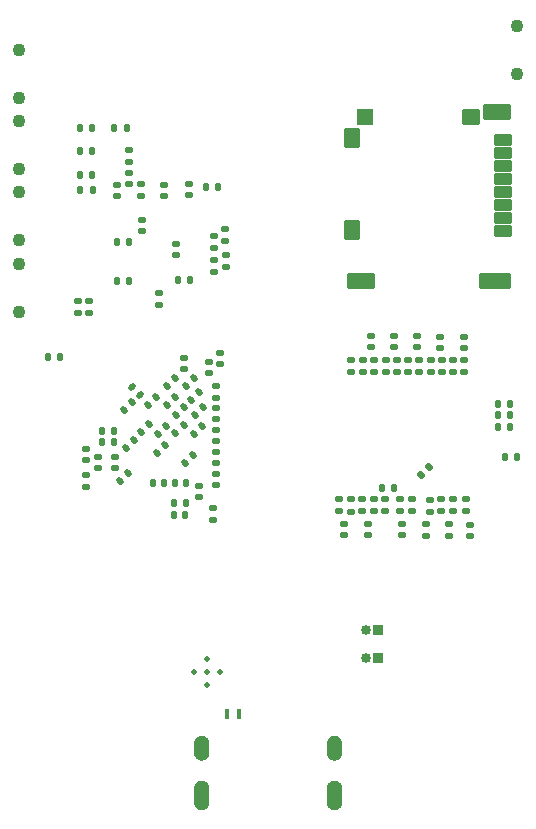
<source format=gbr>
%TF.GenerationSoftware,KiCad,Pcbnew,9.0.1*%
%TF.CreationDate,2025-07-01T18:44:37-06:00*%
%TF.ProjectId,MPU_MOD,4d50555f-4d4f-4442-9e6b-696361645f70,rev?*%
%TF.SameCoordinates,Original*%
%TF.FileFunction,Soldermask,Bot*%
%TF.FilePolarity,Negative*%
%FSLAX46Y46*%
G04 Gerber Fmt 4.6, Leading zero omitted, Abs format (unit mm)*
G04 Created by KiCad (PCBNEW 9.0.1) date 2025-07-01 18:44:37*
%MOMM*%
%LPD*%
G01*
G04 APERTURE LIST*
G04 Aperture macros list*
%AMRoundRect*
0 Rectangle with rounded corners*
0 $1 Rounding radius*
0 $2 $3 $4 $5 $6 $7 $8 $9 X,Y pos of 4 corners*
0 Add a 4 corners polygon primitive as box body*
4,1,4,$2,$3,$4,$5,$6,$7,$8,$9,$2,$3,0*
0 Add four circle primitives for the rounded corners*
1,1,$1+$1,$2,$3*
1,1,$1+$1,$4,$5*
1,1,$1+$1,$6,$7*
1,1,$1+$1,$8,$9*
0 Add four rect primitives between the rounded corners*
20,1,$1+$1,$2,$3,$4,$5,0*
20,1,$1+$1,$4,$5,$6,$7,0*
20,1,$1+$1,$6,$7,$8,$9,0*
20,1,$1+$1,$8,$9,$2,$3,0*%
G04 Aperture macros list end*
%ADD10C,0.010000*%
%ADD11C,1.104000*%
%ADD12R,0.850000X0.850000*%
%ADD13C,0.850000*%
%ADD14C,0.499999*%
%ADD15RoundRect,0.135000X-0.185000X0.135000X-0.185000X-0.135000X0.185000X-0.135000X0.185000X0.135000X0*%
%ADD16RoundRect,0.135000X0.185000X-0.135000X0.185000X0.135000X-0.185000X0.135000X-0.185000X-0.135000X0*%
%ADD17RoundRect,0.140000X0.170000X-0.140000X0.170000X0.140000X-0.170000X0.140000X-0.170000X-0.140000X0*%
%ADD18RoundRect,0.135000X-0.135000X-0.185000X0.135000X-0.185000X0.135000X0.185000X-0.135000X0.185000X0*%
%ADD19RoundRect,0.135000X0.135000X0.185000X-0.135000X0.185000X-0.135000X-0.185000X0.135000X-0.185000X0*%
%ADD20RoundRect,0.140000X-0.170000X0.140000X-0.170000X-0.140000X0.170000X-0.140000X0.170000X0.140000X0*%
%ADD21RoundRect,0.140000X-0.021213X0.219203X-0.219203X0.021213X0.021213X-0.219203X0.219203X-0.021213X0*%
%ADD22RoundRect,0.140000X0.140000X0.170000X-0.140000X0.170000X-0.140000X-0.170000X0.140000X-0.170000X0*%
%ADD23RoundRect,0.135000X0.035355X-0.226274X0.226274X-0.035355X-0.035355X0.226274X-0.226274X0.035355X0*%
%ADD24RoundRect,0.140000X-0.140000X-0.170000X0.140000X-0.170000X0.140000X0.170000X-0.140000X0.170000X0*%
%ADD25RoundRect,0.140000X0.021213X-0.219203X0.219203X-0.021213X-0.021213X0.219203X-0.219203X0.021213X0*%
%ADD26RoundRect,0.102000X-1.100000X0.575000X-1.100000X-0.575000X1.100000X-0.575000X1.100000X0.575000X0*%
%ADD27RoundRect,0.102000X-0.600000X0.575000X-0.600000X-0.575000X0.600000X-0.575000X0.600000X0.575000X0*%
%ADD28RoundRect,0.102000X-0.575000X0.750000X-0.575000X-0.750000X0.575000X-0.750000X0.575000X0.750000X0*%
%ADD29RoundRect,0.102000X-1.250000X0.575000X-1.250000X-0.575000X1.250000X-0.575000X1.250000X0.575000X0*%
%ADD30RoundRect,0.102000X-0.620000X0.400000X-0.620000X-0.400000X0.620000X-0.400000X0.620000X0.400000X0*%
%ADD31RoundRect,0.102000X-0.625000X0.575000X-0.625000X-0.575000X0.625000X-0.575000X0.625000X0.575000X0*%
%ADD32R,0.406400X0.838200*%
%ADD33RoundRect,0.140000X0.219203X0.021213X0.021213X0.219203X-0.219203X-0.021213X-0.021213X-0.219203X0*%
G04 APERTURE END LIST*
D10*
%TO.C,J3*%
X84661000Y-94401000D02*
X84693000Y-94403000D01*
X84724000Y-94407000D01*
X84755000Y-94413000D01*
X84785000Y-94420000D01*
X84815000Y-94429000D01*
X84845000Y-94440000D01*
X84874000Y-94452000D01*
X84902000Y-94465000D01*
X84930000Y-94480000D01*
X84957000Y-94497000D01*
X84983000Y-94515000D01*
X85008000Y-94534000D01*
X85031000Y-94554000D01*
X85054000Y-94576000D01*
X85076000Y-94599000D01*
X85096000Y-94622000D01*
X85115000Y-94647000D01*
X85133000Y-94673000D01*
X85150000Y-94700000D01*
X85165000Y-94728000D01*
X85178000Y-94756000D01*
X85190000Y-94785000D01*
X85201000Y-94815000D01*
X85210000Y-94845000D01*
X85217000Y-94875000D01*
X85223000Y-94906000D01*
X85227000Y-94937000D01*
X85229000Y-94969000D01*
X85230000Y-95000000D01*
X85230000Y-95800000D01*
X85229000Y-95831000D01*
X85227000Y-95863000D01*
X85223000Y-95894000D01*
X85217000Y-95925000D01*
X85210000Y-95955000D01*
X85201000Y-95985000D01*
X85190000Y-96015000D01*
X85178000Y-96044000D01*
X85165000Y-96072000D01*
X85150000Y-96100000D01*
X85133000Y-96127000D01*
X85115000Y-96153000D01*
X85096000Y-96178000D01*
X85076000Y-96201000D01*
X85054000Y-96224000D01*
X85031000Y-96246000D01*
X85008000Y-96266000D01*
X84983000Y-96285000D01*
X84957000Y-96303000D01*
X84930000Y-96320000D01*
X84902000Y-96335000D01*
X84874000Y-96348000D01*
X84845000Y-96360000D01*
X84815000Y-96371000D01*
X84785000Y-96380000D01*
X84755000Y-96387000D01*
X84724000Y-96393000D01*
X84693000Y-96397000D01*
X84661000Y-96399000D01*
X84630000Y-96400000D01*
X84599000Y-96399000D01*
X84567000Y-96397000D01*
X84536000Y-96393000D01*
X84505000Y-96387000D01*
X84475000Y-96380000D01*
X84445000Y-96371000D01*
X84415000Y-96360000D01*
X84386000Y-96348000D01*
X84358000Y-96335000D01*
X84330000Y-96320000D01*
X84303000Y-96303000D01*
X84277000Y-96285000D01*
X84252000Y-96266000D01*
X84229000Y-96246000D01*
X84206000Y-96224000D01*
X84184000Y-96201000D01*
X84164000Y-96178000D01*
X84145000Y-96153000D01*
X84127000Y-96127000D01*
X84110000Y-96100000D01*
X84095000Y-96072000D01*
X84082000Y-96044000D01*
X84070000Y-96015000D01*
X84059000Y-95985000D01*
X84050000Y-95955000D01*
X84043000Y-95925000D01*
X84037000Y-95894000D01*
X84033000Y-95863000D01*
X84031000Y-95831000D01*
X84030000Y-95800000D01*
X84030000Y-95000000D01*
X84031000Y-94969000D01*
X84033000Y-94937000D01*
X84037000Y-94906000D01*
X84043000Y-94875000D01*
X84050000Y-94845000D01*
X84059000Y-94815000D01*
X84070000Y-94785000D01*
X84082000Y-94756000D01*
X84095000Y-94728000D01*
X84110000Y-94700000D01*
X84127000Y-94673000D01*
X84145000Y-94647000D01*
X84164000Y-94622000D01*
X84184000Y-94599000D01*
X84206000Y-94576000D01*
X84229000Y-94554000D01*
X84252000Y-94534000D01*
X84277000Y-94515000D01*
X84303000Y-94497000D01*
X84330000Y-94480000D01*
X84358000Y-94465000D01*
X84386000Y-94452000D01*
X84415000Y-94440000D01*
X84445000Y-94429000D01*
X84475000Y-94420000D01*
X84505000Y-94413000D01*
X84536000Y-94407000D01*
X84567000Y-94403000D01*
X84599000Y-94401000D01*
X84630000Y-94400000D01*
X84661000Y-94401000D01*
G36*
X84661000Y-94401000D02*
G01*
X84693000Y-94403000D01*
X84724000Y-94407000D01*
X84755000Y-94413000D01*
X84785000Y-94420000D01*
X84815000Y-94429000D01*
X84845000Y-94440000D01*
X84874000Y-94452000D01*
X84902000Y-94465000D01*
X84930000Y-94480000D01*
X84957000Y-94497000D01*
X84983000Y-94515000D01*
X85008000Y-94534000D01*
X85031000Y-94554000D01*
X85054000Y-94576000D01*
X85076000Y-94599000D01*
X85096000Y-94622000D01*
X85115000Y-94647000D01*
X85133000Y-94673000D01*
X85150000Y-94700000D01*
X85165000Y-94728000D01*
X85178000Y-94756000D01*
X85190000Y-94785000D01*
X85201000Y-94815000D01*
X85210000Y-94845000D01*
X85217000Y-94875000D01*
X85223000Y-94906000D01*
X85227000Y-94937000D01*
X85229000Y-94969000D01*
X85230000Y-95000000D01*
X85230000Y-95800000D01*
X85229000Y-95831000D01*
X85227000Y-95863000D01*
X85223000Y-95894000D01*
X85217000Y-95925000D01*
X85210000Y-95955000D01*
X85201000Y-95985000D01*
X85190000Y-96015000D01*
X85178000Y-96044000D01*
X85165000Y-96072000D01*
X85150000Y-96100000D01*
X85133000Y-96127000D01*
X85115000Y-96153000D01*
X85096000Y-96178000D01*
X85076000Y-96201000D01*
X85054000Y-96224000D01*
X85031000Y-96246000D01*
X85008000Y-96266000D01*
X84983000Y-96285000D01*
X84957000Y-96303000D01*
X84930000Y-96320000D01*
X84902000Y-96335000D01*
X84874000Y-96348000D01*
X84845000Y-96360000D01*
X84815000Y-96371000D01*
X84785000Y-96380000D01*
X84755000Y-96387000D01*
X84724000Y-96393000D01*
X84693000Y-96397000D01*
X84661000Y-96399000D01*
X84630000Y-96400000D01*
X84599000Y-96399000D01*
X84567000Y-96397000D01*
X84536000Y-96393000D01*
X84505000Y-96387000D01*
X84475000Y-96380000D01*
X84445000Y-96371000D01*
X84415000Y-96360000D01*
X84386000Y-96348000D01*
X84358000Y-96335000D01*
X84330000Y-96320000D01*
X84303000Y-96303000D01*
X84277000Y-96285000D01*
X84252000Y-96266000D01*
X84229000Y-96246000D01*
X84206000Y-96224000D01*
X84184000Y-96201000D01*
X84164000Y-96178000D01*
X84145000Y-96153000D01*
X84127000Y-96127000D01*
X84110000Y-96100000D01*
X84095000Y-96072000D01*
X84082000Y-96044000D01*
X84070000Y-96015000D01*
X84059000Y-95985000D01*
X84050000Y-95955000D01*
X84043000Y-95925000D01*
X84037000Y-95894000D01*
X84033000Y-95863000D01*
X84031000Y-95831000D01*
X84030000Y-95800000D01*
X84030000Y-95000000D01*
X84031000Y-94969000D01*
X84033000Y-94937000D01*
X84037000Y-94906000D01*
X84043000Y-94875000D01*
X84050000Y-94845000D01*
X84059000Y-94815000D01*
X84070000Y-94785000D01*
X84082000Y-94756000D01*
X84095000Y-94728000D01*
X84110000Y-94700000D01*
X84127000Y-94673000D01*
X84145000Y-94647000D01*
X84164000Y-94622000D01*
X84184000Y-94599000D01*
X84206000Y-94576000D01*
X84229000Y-94554000D01*
X84252000Y-94534000D01*
X84277000Y-94515000D01*
X84303000Y-94497000D01*
X84330000Y-94480000D01*
X84358000Y-94465000D01*
X84386000Y-94452000D01*
X84415000Y-94440000D01*
X84445000Y-94429000D01*
X84475000Y-94420000D01*
X84505000Y-94413000D01*
X84536000Y-94407000D01*
X84567000Y-94403000D01*
X84599000Y-94401000D01*
X84630000Y-94400000D01*
X84661000Y-94401000D01*
G37*
X84661000Y-98201000D02*
X84693000Y-98203000D01*
X84724000Y-98207000D01*
X84755000Y-98213000D01*
X84785000Y-98220000D01*
X84815000Y-98229000D01*
X84845000Y-98240000D01*
X84874000Y-98252000D01*
X84902000Y-98265000D01*
X84930000Y-98280000D01*
X84957000Y-98297000D01*
X84983000Y-98315000D01*
X85008000Y-98334000D01*
X85031000Y-98354000D01*
X85054000Y-98376000D01*
X85076000Y-98399000D01*
X85096000Y-98422000D01*
X85115000Y-98447000D01*
X85133000Y-98473000D01*
X85150000Y-98500000D01*
X85165000Y-98528000D01*
X85178000Y-98556000D01*
X85190000Y-98585000D01*
X85201000Y-98615000D01*
X85210000Y-98645000D01*
X85217000Y-98675000D01*
X85223000Y-98706000D01*
X85227000Y-98737000D01*
X85229000Y-98769000D01*
X85230000Y-98800000D01*
X85230000Y-100000000D01*
X85229000Y-100031000D01*
X85227000Y-100063000D01*
X85223000Y-100094000D01*
X85217000Y-100125000D01*
X85210000Y-100155000D01*
X85201000Y-100185000D01*
X85190000Y-100215000D01*
X85178000Y-100244000D01*
X85165000Y-100272000D01*
X85150000Y-100300000D01*
X85133000Y-100327000D01*
X85115000Y-100353000D01*
X85096000Y-100378000D01*
X85076000Y-100401000D01*
X85054000Y-100424000D01*
X85031000Y-100446000D01*
X85008000Y-100466000D01*
X84983000Y-100485000D01*
X84957000Y-100503000D01*
X84930000Y-100520000D01*
X84902000Y-100535000D01*
X84874000Y-100548000D01*
X84845000Y-100560000D01*
X84815000Y-100571000D01*
X84785000Y-100580000D01*
X84755000Y-100587000D01*
X84724000Y-100593000D01*
X84693000Y-100597000D01*
X84661000Y-100599000D01*
X84630000Y-100600000D01*
X84599000Y-100599000D01*
X84567000Y-100597000D01*
X84536000Y-100593000D01*
X84505000Y-100587000D01*
X84475000Y-100580000D01*
X84445000Y-100571000D01*
X84415000Y-100560000D01*
X84386000Y-100548000D01*
X84358000Y-100535000D01*
X84330000Y-100520000D01*
X84303000Y-100503000D01*
X84277000Y-100485000D01*
X84252000Y-100466000D01*
X84229000Y-100446000D01*
X84206000Y-100424000D01*
X84184000Y-100401000D01*
X84164000Y-100378000D01*
X84145000Y-100353000D01*
X84127000Y-100327000D01*
X84110000Y-100300000D01*
X84095000Y-100272000D01*
X84082000Y-100244000D01*
X84070000Y-100215000D01*
X84059000Y-100185000D01*
X84050000Y-100155000D01*
X84043000Y-100125000D01*
X84037000Y-100094000D01*
X84033000Y-100063000D01*
X84031000Y-100031000D01*
X84030000Y-100000000D01*
X84030000Y-98800000D01*
X84031000Y-98769000D01*
X84033000Y-98737000D01*
X84037000Y-98706000D01*
X84043000Y-98675000D01*
X84050000Y-98645000D01*
X84059000Y-98615000D01*
X84070000Y-98585000D01*
X84082000Y-98556000D01*
X84095000Y-98528000D01*
X84110000Y-98500000D01*
X84127000Y-98473000D01*
X84145000Y-98447000D01*
X84164000Y-98422000D01*
X84184000Y-98399000D01*
X84206000Y-98376000D01*
X84229000Y-98354000D01*
X84252000Y-98334000D01*
X84277000Y-98315000D01*
X84303000Y-98297000D01*
X84330000Y-98280000D01*
X84358000Y-98265000D01*
X84386000Y-98252000D01*
X84415000Y-98240000D01*
X84445000Y-98229000D01*
X84475000Y-98220000D01*
X84505000Y-98213000D01*
X84536000Y-98207000D01*
X84567000Y-98203000D01*
X84599000Y-98201000D01*
X84630000Y-98200000D01*
X84661000Y-98201000D01*
G36*
X84661000Y-98201000D02*
G01*
X84693000Y-98203000D01*
X84724000Y-98207000D01*
X84755000Y-98213000D01*
X84785000Y-98220000D01*
X84815000Y-98229000D01*
X84845000Y-98240000D01*
X84874000Y-98252000D01*
X84902000Y-98265000D01*
X84930000Y-98280000D01*
X84957000Y-98297000D01*
X84983000Y-98315000D01*
X85008000Y-98334000D01*
X85031000Y-98354000D01*
X85054000Y-98376000D01*
X85076000Y-98399000D01*
X85096000Y-98422000D01*
X85115000Y-98447000D01*
X85133000Y-98473000D01*
X85150000Y-98500000D01*
X85165000Y-98528000D01*
X85178000Y-98556000D01*
X85190000Y-98585000D01*
X85201000Y-98615000D01*
X85210000Y-98645000D01*
X85217000Y-98675000D01*
X85223000Y-98706000D01*
X85227000Y-98737000D01*
X85229000Y-98769000D01*
X85230000Y-98800000D01*
X85230000Y-100000000D01*
X85229000Y-100031000D01*
X85227000Y-100063000D01*
X85223000Y-100094000D01*
X85217000Y-100125000D01*
X85210000Y-100155000D01*
X85201000Y-100185000D01*
X85190000Y-100215000D01*
X85178000Y-100244000D01*
X85165000Y-100272000D01*
X85150000Y-100300000D01*
X85133000Y-100327000D01*
X85115000Y-100353000D01*
X85096000Y-100378000D01*
X85076000Y-100401000D01*
X85054000Y-100424000D01*
X85031000Y-100446000D01*
X85008000Y-100466000D01*
X84983000Y-100485000D01*
X84957000Y-100503000D01*
X84930000Y-100520000D01*
X84902000Y-100535000D01*
X84874000Y-100548000D01*
X84845000Y-100560000D01*
X84815000Y-100571000D01*
X84785000Y-100580000D01*
X84755000Y-100587000D01*
X84724000Y-100593000D01*
X84693000Y-100597000D01*
X84661000Y-100599000D01*
X84630000Y-100600000D01*
X84599000Y-100599000D01*
X84567000Y-100597000D01*
X84536000Y-100593000D01*
X84505000Y-100587000D01*
X84475000Y-100580000D01*
X84445000Y-100571000D01*
X84415000Y-100560000D01*
X84386000Y-100548000D01*
X84358000Y-100535000D01*
X84330000Y-100520000D01*
X84303000Y-100503000D01*
X84277000Y-100485000D01*
X84252000Y-100466000D01*
X84229000Y-100446000D01*
X84206000Y-100424000D01*
X84184000Y-100401000D01*
X84164000Y-100378000D01*
X84145000Y-100353000D01*
X84127000Y-100327000D01*
X84110000Y-100300000D01*
X84095000Y-100272000D01*
X84082000Y-100244000D01*
X84070000Y-100215000D01*
X84059000Y-100185000D01*
X84050000Y-100155000D01*
X84043000Y-100125000D01*
X84037000Y-100094000D01*
X84033000Y-100063000D01*
X84031000Y-100031000D01*
X84030000Y-100000000D01*
X84030000Y-98800000D01*
X84031000Y-98769000D01*
X84033000Y-98737000D01*
X84037000Y-98706000D01*
X84043000Y-98675000D01*
X84050000Y-98645000D01*
X84059000Y-98615000D01*
X84070000Y-98585000D01*
X84082000Y-98556000D01*
X84095000Y-98528000D01*
X84110000Y-98500000D01*
X84127000Y-98473000D01*
X84145000Y-98447000D01*
X84164000Y-98422000D01*
X84184000Y-98399000D01*
X84206000Y-98376000D01*
X84229000Y-98354000D01*
X84252000Y-98334000D01*
X84277000Y-98315000D01*
X84303000Y-98297000D01*
X84330000Y-98280000D01*
X84358000Y-98265000D01*
X84386000Y-98252000D01*
X84415000Y-98240000D01*
X84445000Y-98229000D01*
X84475000Y-98220000D01*
X84505000Y-98213000D01*
X84536000Y-98207000D01*
X84567000Y-98203000D01*
X84599000Y-98201000D01*
X84630000Y-98200000D01*
X84661000Y-98201000D01*
G37*
X95901000Y-94401000D02*
X95933000Y-94403000D01*
X95964000Y-94407000D01*
X95995000Y-94413000D01*
X96025000Y-94420000D01*
X96055000Y-94429000D01*
X96085000Y-94440000D01*
X96114000Y-94452000D01*
X96142000Y-94465000D01*
X96170000Y-94480000D01*
X96197000Y-94497000D01*
X96223000Y-94515000D01*
X96248000Y-94534000D01*
X96271000Y-94554000D01*
X96294000Y-94576000D01*
X96316000Y-94599000D01*
X96336000Y-94622000D01*
X96355000Y-94647000D01*
X96373000Y-94673000D01*
X96390000Y-94700000D01*
X96405000Y-94728000D01*
X96418000Y-94756000D01*
X96430000Y-94785000D01*
X96441000Y-94815000D01*
X96450000Y-94845000D01*
X96457000Y-94875000D01*
X96463000Y-94906000D01*
X96467000Y-94937000D01*
X96469000Y-94969000D01*
X96470000Y-95000000D01*
X96470000Y-95800000D01*
X96469000Y-95831000D01*
X96467000Y-95863000D01*
X96463000Y-95894000D01*
X96457000Y-95925000D01*
X96450000Y-95955000D01*
X96441000Y-95985000D01*
X96430000Y-96015000D01*
X96418000Y-96044000D01*
X96405000Y-96072000D01*
X96390000Y-96100000D01*
X96373000Y-96127000D01*
X96355000Y-96153000D01*
X96336000Y-96178000D01*
X96316000Y-96201000D01*
X96294000Y-96224000D01*
X96271000Y-96246000D01*
X96248000Y-96266000D01*
X96223000Y-96285000D01*
X96197000Y-96303000D01*
X96170000Y-96320000D01*
X96142000Y-96335000D01*
X96114000Y-96348000D01*
X96085000Y-96360000D01*
X96055000Y-96371000D01*
X96025000Y-96380000D01*
X95995000Y-96387000D01*
X95964000Y-96393000D01*
X95933000Y-96397000D01*
X95901000Y-96399000D01*
X95870000Y-96400000D01*
X95839000Y-96399000D01*
X95807000Y-96397000D01*
X95776000Y-96393000D01*
X95745000Y-96387000D01*
X95715000Y-96380000D01*
X95685000Y-96371000D01*
X95655000Y-96360000D01*
X95626000Y-96348000D01*
X95598000Y-96335000D01*
X95570000Y-96320000D01*
X95543000Y-96303000D01*
X95517000Y-96285000D01*
X95492000Y-96266000D01*
X95469000Y-96246000D01*
X95446000Y-96224000D01*
X95424000Y-96201000D01*
X95404000Y-96178000D01*
X95385000Y-96153000D01*
X95367000Y-96127000D01*
X95350000Y-96100000D01*
X95335000Y-96072000D01*
X95322000Y-96044000D01*
X95310000Y-96015000D01*
X95299000Y-95985000D01*
X95290000Y-95955000D01*
X95283000Y-95925000D01*
X95277000Y-95894000D01*
X95273000Y-95863000D01*
X95271000Y-95831000D01*
X95270000Y-95800000D01*
X95270000Y-95000000D01*
X95271000Y-94969000D01*
X95273000Y-94937000D01*
X95277000Y-94906000D01*
X95283000Y-94875000D01*
X95290000Y-94845000D01*
X95299000Y-94815000D01*
X95310000Y-94785000D01*
X95322000Y-94756000D01*
X95335000Y-94728000D01*
X95350000Y-94700000D01*
X95367000Y-94673000D01*
X95385000Y-94647000D01*
X95404000Y-94622000D01*
X95424000Y-94599000D01*
X95446000Y-94576000D01*
X95469000Y-94554000D01*
X95492000Y-94534000D01*
X95517000Y-94515000D01*
X95543000Y-94497000D01*
X95570000Y-94480000D01*
X95598000Y-94465000D01*
X95626000Y-94452000D01*
X95655000Y-94440000D01*
X95685000Y-94429000D01*
X95715000Y-94420000D01*
X95745000Y-94413000D01*
X95776000Y-94407000D01*
X95807000Y-94403000D01*
X95839000Y-94401000D01*
X95870000Y-94400000D01*
X95901000Y-94401000D01*
G36*
X95901000Y-94401000D02*
G01*
X95933000Y-94403000D01*
X95964000Y-94407000D01*
X95995000Y-94413000D01*
X96025000Y-94420000D01*
X96055000Y-94429000D01*
X96085000Y-94440000D01*
X96114000Y-94452000D01*
X96142000Y-94465000D01*
X96170000Y-94480000D01*
X96197000Y-94497000D01*
X96223000Y-94515000D01*
X96248000Y-94534000D01*
X96271000Y-94554000D01*
X96294000Y-94576000D01*
X96316000Y-94599000D01*
X96336000Y-94622000D01*
X96355000Y-94647000D01*
X96373000Y-94673000D01*
X96390000Y-94700000D01*
X96405000Y-94728000D01*
X96418000Y-94756000D01*
X96430000Y-94785000D01*
X96441000Y-94815000D01*
X96450000Y-94845000D01*
X96457000Y-94875000D01*
X96463000Y-94906000D01*
X96467000Y-94937000D01*
X96469000Y-94969000D01*
X96470000Y-95000000D01*
X96470000Y-95800000D01*
X96469000Y-95831000D01*
X96467000Y-95863000D01*
X96463000Y-95894000D01*
X96457000Y-95925000D01*
X96450000Y-95955000D01*
X96441000Y-95985000D01*
X96430000Y-96015000D01*
X96418000Y-96044000D01*
X96405000Y-96072000D01*
X96390000Y-96100000D01*
X96373000Y-96127000D01*
X96355000Y-96153000D01*
X96336000Y-96178000D01*
X96316000Y-96201000D01*
X96294000Y-96224000D01*
X96271000Y-96246000D01*
X96248000Y-96266000D01*
X96223000Y-96285000D01*
X96197000Y-96303000D01*
X96170000Y-96320000D01*
X96142000Y-96335000D01*
X96114000Y-96348000D01*
X96085000Y-96360000D01*
X96055000Y-96371000D01*
X96025000Y-96380000D01*
X95995000Y-96387000D01*
X95964000Y-96393000D01*
X95933000Y-96397000D01*
X95901000Y-96399000D01*
X95870000Y-96400000D01*
X95839000Y-96399000D01*
X95807000Y-96397000D01*
X95776000Y-96393000D01*
X95745000Y-96387000D01*
X95715000Y-96380000D01*
X95685000Y-96371000D01*
X95655000Y-96360000D01*
X95626000Y-96348000D01*
X95598000Y-96335000D01*
X95570000Y-96320000D01*
X95543000Y-96303000D01*
X95517000Y-96285000D01*
X95492000Y-96266000D01*
X95469000Y-96246000D01*
X95446000Y-96224000D01*
X95424000Y-96201000D01*
X95404000Y-96178000D01*
X95385000Y-96153000D01*
X95367000Y-96127000D01*
X95350000Y-96100000D01*
X95335000Y-96072000D01*
X95322000Y-96044000D01*
X95310000Y-96015000D01*
X95299000Y-95985000D01*
X95290000Y-95955000D01*
X95283000Y-95925000D01*
X95277000Y-95894000D01*
X95273000Y-95863000D01*
X95271000Y-95831000D01*
X95270000Y-95800000D01*
X95270000Y-95000000D01*
X95271000Y-94969000D01*
X95273000Y-94937000D01*
X95277000Y-94906000D01*
X95283000Y-94875000D01*
X95290000Y-94845000D01*
X95299000Y-94815000D01*
X95310000Y-94785000D01*
X95322000Y-94756000D01*
X95335000Y-94728000D01*
X95350000Y-94700000D01*
X95367000Y-94673000D01*
X95385000Y-94647000D01*
X95404000Y-94622000D01*
X95424000Y-94599000D01*
X95446000Y-94576000D01*
X95469000Y-94554000D01*
X95492000Y-94534000D01*
X95517000Y-94515000D01*
X95543000Y-94497000D01*
X95570000Y-94480000D01*
X95598000Y-94465000D01*
X95626000Y-94452000D01*
X95655000Y-94440000D01*
X95685000Y-94429000D01*
X95715000Y-94420000D01*
X95745000Y-94413000D01*
X95776000Y-94407000D01*
X95807000Y-94403000D01*
X95839000Y-94401000D01*
X95870000Y-94400000D01*
X95901000Y-94401000D01*
G37*
X95901000Y-98201000D02*
X95933000Y-98203000D01*
X95964000Y-98207000D01*
X95995000Y-98213000D01*
X96025000Y-98220000D01*
X96055000Y-98229000D01*
X96085000Y-98240000D01*
X96114000Y-98252000D01*
X96142000Y-98265000D01*
X96170000Y-98280000D01*
X96197000Y-98297000D01*
X96223000Y-98315000D01*
X96248000Y-98334000D01*
X96271000Y-98354000D01*
X96294000Y-98376000D01*
X96316000Y-98399000D01*
X96336000Y-98422000D01*
X96355000Y-98447000D01*
X96373000Y-98473000D01*
X96390000Y-98500000D01*
X96405000Y-98528000D01*
X96418000Y-98556000D01*
X96430000Y-98585000D01*
X96441000Y-98615000D01*
X96450000Y-98645000D01*
X96457000Y-98675000D01*
X96463000Y-98706000D01*
X96467000Y-98737000D01*
X96469000Y-98769000D01*
X96470000Y-98800000D01*
X96470000Y-100000000D01*
X96469000Y-100031000D01*
X96467000Y-100063000D01*
X96463000Y-100094000D01*
X96457000Y-100125000D01*
X96450000Y-100155000D01*
X96441000Y-100185000D01*
X96430000Y-100215000D01*
X96418000Y-100244000D01*
X96405000Y-100272000D01*
X96390000Y-100300000D01*
X96373000Y-100327000D01*
X96355000Y-100353000D01*
X96336000Y-100378000D01*
X96316000Y-100401000D01*
X96294000Y-100424000D01*
X96271000Y-100446000D01*
X96248000Y-100466000D01*
X96223000Y-100485000D01*
X96197000Y-100503000D01*
X96170000Y-100520000D01*
X96142000Y-100535000D01*
X96114000Y-100548000D01*
X96085000Y-100560000D01*
X96055000Y-100571000D01*
X96025000Y-100580000D01*
X95995000Y-100587000D01*
X95964000Y-100593000D01*
X95933000Y-100597000D01*
X95901000Y-100599000D01*
X95870000Y-100600000D01*
X95839000Y-100599000D01*
X95807000Y-100597000D01*
X95776000Y-100593000D01*
X95745000Y-100587000D01*
X95715000Y-100580000D01*
X95685000Y-100571000D01*
X95655000Y-100560000D01*
X95626000Y-100548000D01*
X95598000Y-100535000D01*
X95570000Y-100520000D01*
X95543000Y-100503000D01*
X95517000Y-100485000D01*
X95492000Y-100466000D01*
X95469000Y-100446000D01*
X95446000Y-100424000D01*
X95424000Y-100401000D01*
X95404000Y-100378000D01*
X95385000Y-100353000D01*
X95367000Y-100327000D01*
X95350000Y-100300000D01*
X95335000Y-100272000D01*
X95322000Y-100244000D01*
X95310000Y-100215000D01*
X95299000Y-100185000D01*
X95290000Y-100155000D01*
X95283000Y-100125000D01*
X95277000Y-100094000D01*
X95273000Y-100063000D01*
X95271000Y-100031000D01*
X95270000Y-100000000D01*
X95270000Y-98800000D01*
X95271000Y-98769000D01*
X95273000Y-98737000D01*
X95277000Y-98706000D01*
X95283000Y-98675000D01*
X95290000Y-98645000D01*
X95299000Y-98615000D01*
X95310000Y-98585000D01*
X95322000Y-98556000D01*
X95335000Y-98528000D01*
X95350000Y-98500000D01*
X95367000Y-98473000D01*
X95385000Y-98447000D01*
X95404000Y-98422000D01*
X95424000Y-98399000D01*
X95446000Y-98376000D01*
X95469000Y-98354000D01*
X95492000Y-98334000D01*
X95517000Y-98315000D01*
X95543000Y-98297000D01*
X95570000Y-98280000D01*
X95598000Y-98265000D01*
X95626000Y-98252000D01*
X95655000Y-98240000D01*
X95685000Y-98229000D01*
X95715000Y-98220000D01*
X95745000Y-98213000D01*
X95776000Y-98207000D01*
X95807000Y-98203000D01*
X95839000Y-98201000D01*
X95870000Y-98200000D01*
X95901000Y-98201000D01*
G36*
X95901000Y-98201000D02*
G01*
X95933000Y-98203000D01*
X95964000Y-98207000D01*
X95995000Y-98213000D01*
X96025000Y-98220000D01*
X96055000Y-98229000D01*
X96085000Y-98240000D01*
X96114000Y-98252000D01*
X96142000Y-98265000D01*
X96170000Y-98280000D01*
X96197000Y-98297000D01*
X96223000Y-98315000D01*
X96248000Y-98334000D01*
X96271000Y-98354000D01*
X96294000Y-98376000D01*
X96316000Y-98399000D01*
X96336000Y-98422000D01*
X96355000Y-98447000D01*
X96373000Y-98473000D01*
X96390000Y-98500000D01*
X96405000Y-98528000D01*
X96418000Y-98556000D01*
X96430000Y-98585000D01*
X96441000Y-98615000D01*
X96450000Y-98645000D01*
X96457000Y-98675000D01*
X96463000Y-98706000D01*
X96467000Y-98737000D01*
X96469000Y-98769000D01*
X96470000Y-98800000D01*
X96470000Y-100000000D01*
X96469000Y-100031000D01*
X96467000Y-100063000D01*
X96463000Y-100094000D01*
X96457000Y-100125000D01*
X96450000Y-100155000D01*
X96441000Y-100185000D01*
X96430000Y-100215000D01*
X96418000Y-100244000D01*
X96405000Y-100272000D01*
X96390000Y-100300000D01*
X96373000Y-100327000D01*
X96355000Y-100353000D01*
X96336000Y-100378000D01*
X96316000Y-100401000D01*
X96294000Y-100424000D01*
X96271000Y-100446000D01*
X96248000Y-100466000D01*
X96223000Y-100485000D01*
X96197000Y-100503000D01*
X96170000Y-100520000D01*
X96142000Y-100535000D01*
X96114000Y-100548000D01*
X96085000Y-100560000D01*
X96055000Y-100571000D01*
X96025000Y-100580000D01*
X95995000Y-100587000D01*
X95964000Y-100593000D01*
X95933000Y-100597000D01*
X95901000Y-100599000D01*
X95870000Y-100600000D01*
X95839000Y-100599000D01*
X95807000Y-100597000D01*
X95776000Y-100593000D01*
X95745000Y-100587000D01*
X95715000Y-100580000D01*
X95685000Y-100571000D01*
X95655000Y-100560000D01*
X95626000Y-100548000D01*
X95598000Y-100535000D01*
X95570000Y-100520000D01*
X95543000Y-100503000D01*
X95517000Y-100485000D01*
X95492000Y-100466000D01*
X95469000Y-100446000D01*
X95446000Y-100424000D01*
X95424000Y-100401000D01*
X95404000Y-100378000D01*
X95385000Y-100353000D01*
X95367000Y-100327000D01*
X95350000Y-100300000D01*
X95335000Y-100272000D01*
X95322000Y-100244000D01*
X95310000Y-100215000D01*
X95299000Y-100185000D01*
X95290000Y-100155000D01*
X95283000Y-100125000D01*
X95277000Y-100094000D01*
X95273000Y-100063000D01*
X95271000Y-100031000D01*
X95270000Y-100000000D01*
X95270000Y-98800000D01*
X95271000Y-98769000D01*
X95273000Y-98737000D01*
X95277000Y-98706000D01*
X95283000Y-98675000D01*
X95290000Y-98645000D01*
X95299000Y-98615000D01*
X95310000Y-98585000D01*
X95322000Y-98556000D01*
X95335000Y-98528000D01*
X95350000Y-98500000D01*
X95367000Y-98473000D01*
X95385000Y-98447000D01*
X95404000Y-98422000D01*
X95424000Y-98399000D01*
X95446000Y-98376000D01*
X95469000Y-98354000D01*
X95492000Y-98334000D01*
X95517000Y-98315000D01*
X95543000Y-98297000D01*
X95570000Y-98280000D01*
X95598000Y-98265000D01*
X95626000Y-98252000D01*
X95655000Y-98240000D01*
X95685000Y-98229000D01*
X95715000Y-98220000D01*
X95745000Y-98213000D01*
X95776000Y-98207000D01*
X95807000Y-98203000D01*
X95839000Y-98201000D01*
X95870000Y-98200000D01*
X95901000Y-98201000D01*
G37*
%TD*%
D11*
%TO.C,S601*%
X69225000Y-54462500D03*
X69225000Y-58512500D03*
%TD*%
%TO.C,S605*%
X69225000Y-36362500D03*
X69225000Y-40412500D03*
%TD*%
%TO.C,S603*%
X69225000Y-48362500D03*
X69225000Y-52412500D03*
%TD*%
D12*
%TO.C,BT201*%
X99560000Y-85470000D03*
D13*
X98560000Y-85470000D03*
%TD*%
D11*
%TO.C,S602*%
X111350000Y-38355000D03*
X111350000Y-34305000D03*
%TD*%
D12*
%TO.C,TH201*%
X99560000Y-87770000D03*
D13*
X98560000Y-87770000D03*
%TD*%
D11*
%TO.C,S604*%
X69225000Y-42362500D03*
X69225000Y-46412500D03*
%TD*%
D14*
%TO.C,U3*%
X84045900Y-88980700D03*
X85145900Y-87880700D03*
X85145900Y-88980700D03*
X85145900Y-90080700D03*
X86245900Y-88980700D03*
%TD*%
D15*
%TO.C,R407*%
X104000000Y-74380000D03*
X104000000Y-75400000D03*
%TD*%
D16*
%TO.C,R406*%
X103096585Y-63582600D03*
X103096585Y-62562602D03*
%TD*%
D17*
%TO.C,C413*%
X106840000Y-61560000D03*
X106840000Y-60600000D03*
%TD*%
D18*
%TO.C,R509*%
X74403415Y-48147400D03*
X75423415Y-48147400D03*
%TD*%
D16*
%TO.C,R504*%
X85723415Y-53087400D03*
X85723415Y-52067400D03*
%TD*%
D19*
%TO.C,R508*%
X75393415Y-46897400D03*
X74373415Y-46897400D03*
%TD*%
D15*
%TO.C,R502*%
X85703415Y-54117400D03*
X85703415Y-55137400D03*
%TD*%
%TO.C,R505*%
X86703415Y-53637400D03*
X86703415Y-54657400D03*
%TD*%
D20*
%TO.C,C411*%
X102910000Y-60500000D03*
X102910000Y-61460000D03*
%TD*%
D21*
%TO.C,C319*%
X84778822Y-66521178D03*
X84100000Y-67200000D03*
%TD*%
%TO.C,C317*%
X80228822Y-67971178D03*
X79550000Y-68650000D03*
%TD*%
D20*
%TO.C,C412*%
X101623415Y-76417400D03*
X101623415Y-77377400D03*
%TD*%
%TO.C,C327*%
X77300000Y-70740000D03*
X77300000Y-71700000D03*
%TD*%
D22*
%TO.C,C416*%
X111333415Y-70777400D03*
X110373415Y-70777400D03*
%TD*%
D20*
%TO.C,C323*%
X85900000Y-64790000D03*
X85900000Y-65750000D03*
%TD*%
D15*
%TO.C,R414*%
X96298415Y-74367400D03*
X96298415Y-75387400D03*
%TD*%
D19*
%TO.C,R511*%
X78303415Y-42917400D03*
X77283415Y-42917400D03*
%TD*%
D16*
%TO.C,R424*%
X105946585Y-63582600D03*
X105946585Y-62562602D03*
%TD*%
%TO.C,R408*%
X101196585Y-63582600D03*
X101196585Y-62562602D03*
%TD*%
D20*
%TO.C,C339*%
X74850000Y-72340000D03*
X74850000Y-73300000D03*
%TD*%
D15*
%TO.C,R430*%
X107073415Y-74357400D03*
X107073415Y-75377400D03*
%TD*%
D23*
%TO.C,R403*%
X103219376Y-72310624D03*
X103940624Y-71589376D03*
%TD*%
D20*
%TO.C,C417*%
X96753415Y-76417400D03*
X96753415Y-77377400D03*
%TD*%
%TO.C,C334*%
X86250000Y-61940000D03*
X86250000Y-62900000D03*
%TD*%
D21*
%TO.C,C305*%
X83152944Y-66571178D03*
X82474122Y-67250000D03*
%TD*%
D17*
%TO.C,C502*%
X78503415Y-47677400D03*
X78503415Y-46717400D03*
%TD*%
D15*
%TO.C,R422*%
X101500000Y-74367400D03*
X101500000Y-75387400D03*
%TD*%
%TO.C,R501*%
X81033415Y-56927400D03*
X81033415Y-57947400D03*
%TD*%
D20*
%TO.C,C418*%
X98723415Y-76417400D03*
X98723415Y-77377400D03*
%TD*%
D15*
%TO.C,R418*%
X105920000Y-74370000D03*
X105920000Y-75390000D03*
%TD*%
D17*
%TO.C,C511*%
X77473415Y-48707400D03*
X77473415Y-47747400D03*
%TD*%
D22*
%TO.C,C510*%
X86013415Y-47917400D03*
X85053415Y-47917400D03*
%TD*%
D17*
%TO.C,C316*%
X84450000Y-74160000D03*
X84450000Y-73200000D03*
%TD*%
%TO.C,C335*%
X85650000Y-76100000D03*
X85650000Y-75140000D03*
%TD*%
D15*
%TO.C,R416*%
X104970000Y-74370000D03*
X104970000Y-75390000D03*
%TD*%
D17*
%TO.C,C506*%
X79583415Y-51687400D03*
X79583415Y-50727400D03*
%TD*%
D21*
%TO.C,C309*%
X78778822Y-66121178D03*
X78100000Y-66800000D03*
%TD*%
D24*
%TO.C,C336*%
X82300000Y-75650000D03*
X83260000Y-75650000D03*
%TD*%
D25*
%TO.C,C301*%
X78221178Y-69978822D03*
X78900000Y-69300000D03*
%TD*%
D15*
%TO.C,R410*%
X98273415Y-74367400D03*
X98273415Y-75387400D03*
%TD*%
D26*
%TO.C,J501*%
X109660000Y-41595000D03*
D27*
X98510000Y-41995000D03*
D28*
X97385000Y-43800000D03*
X97385000Y-51580000D03*
D26*
X98180000Y-55885000D03*
D29*
X109510000Y-55885000D03*
D30*
X110140000Y-51640000D03*
X110140000Y-50540000D03*
X110140000Y-49440000D03*
X110140000Y-48340000D03*
X110140000Y-47240000D03*
X110140000Y-46140000D03*
X110140000Y-45040000D03*
X110140000Y-43940000D03*
D31*
X107510000Y-41995000D03*
%TD*%
D16*
%TO.C,R503*%
X86673415Y-52517400D03*
X86673415Y-51497400D03*
%TD*%
D21*
%TO.C,C315*%
X83128822Y-68071178D03*
X82450000Y-68750000D03*
%TD*%
D22*
%TO.C,C329*%
X72650000Y-62350000D03*
X71690000Y-62350000D03*
%TD*%
D15*
%TO.C,R426*%
X100210000Y-74360000D03*
X100210000Y-75380000D03*
%TD*%
D17*
%TO.C,C414*%
X104870000Y-61560000D03*
X104870000Y-60600000D03*
%TD*%
D16*
%TO.C,R423*%
X104996585Y-63582600D03*
X104996585Y-62562602D03*
%TD*%
D20*
%TO.C,C324*%
X85900000Y-72200000D03*
X85900000Y-73160000D03*
%TD*%
%TO.C,C410*%
X100940000Y-60500000D03*
X100940000Y-61460000D03*
%TD*%
D16*
%TO.C,R419*%
X97346585Y-63582600D03*
X97346585Y-62562602D03*
%TD*%
D18*
%TO.C,R404*%
X99940001Y-73410000D03*
X100959999Y-73410000D03*
%TD*%
D24*
%TO.C,C338*%
X82340000Y-74700000D03*
X83300000Y-74700000D03*
%TD*%
%TO.C,C514*%
X77523415Y-55877400D03*
X78483415Y-55877400D03*
%TD*%
D17*
%TO.C,C503*%
X79523415Y-48667400D03*
X79523415Y-47707400D03*
%TD*%
D32*
%TO.C,D801*%
X87821800Y-92500000D03*
X86778200Y-92500000D03*
%TD*%
D22*
%TO.C,C330*%
X77210000Y-68550000D03*
X76250000Y-68550000D03*
%TD*%
D17*
%TO.C,C512*%
X83563415Y-48617400D03*
X83563415Y-47657400D03*
%TD*%
D20*
%TO.C,C322*%
X85900000Y-66640000D03*
X85900000Y-67600000D03*
%TD*%
D15*
%TO.C,R510*%
X74153415Y-57577400D03*
X74153415Y-58597400D03*
%TD*%
D19*
%TO.C,R507*%
X75393415Y-44907400D03*
X74373415Y-44907400D03*
%TD*%
D24*
%TO.C,C328*%
X76250000Y-69500000D03*
X77210000Y-69500000D03*
%TD*%
D16*
%TO.C,R409*%
X102146585Y-63582600D03*
X102146585Y-62562602D03*
%TD*%
D25*
%TO.C,C331*%
X83750000Y-65950000D03*
X84428822Y-65271178D03*
%TD*%
D20*
%TO.C,C505*%
X81443415Y-47727400D03*
X81443415Y-48687400D03*
%TD*%
D21*
%TO.C,C314*%
X83978822Y-64121178D03*
X83300000Y-64800000D03*
%TD*%
D15*
%TO.C,R412*%
X97288415Y-74377400D03*
X97288415Y-75397400D03*
%TD*%
D16*
%TO.C,R415*%
X99296585Y-63602598D03*
X99296585Y-62582600D03*
%TD*%
D22*
%TO.C,C303*%
X81510000Y-72966291D03*
X80550000Y-72966291D03*
%TD*%
D21*
%TO.C,C308*%
X84728822Y-68171178D03*
X84050000Y-68850000D03*
%TD*%
D20*
%TO.C,C507*%
X82533415Y-52717400D03*
X82533415Y-53677400D03*
%TD*%
%TO.C,C408*%
X105603415Y-76487400D03*
X105603415Y-77447400D03*
%TD*%
D17*
%TO.C,C509*%
X78523415Y-45767400D03*
X78523415Y-44807400D03*
%TD*%
D20*
%TO.C,C409*%
X98970000Y-60500000D03*
X98970000Y-61460000D03*
%TD*%
%TO.C,C415*%
X107423415Y-76517400D03*
X107423415Y-77477400D03*
%TD*%
D17*
%TO.C,C333*%
X74850000Y-71050000D03*
X74850000Y-70090000D03*
%TD*%
D16*
%TO.C,R421*%
X104046585Y-63582600D03*
X104046585Y-62562602D03*
%TD*%
D18*
%TO.C,R428*%
X109750000Y-68225000D03*
X110769998Y-68225000D03*
%TD*%
D21*
%TO.C,C312*%
X82428822Y-64121178D03*
X81750000Y-64800000D03*
%TD*%
D16*
%TO.C,R411*%
X100246585Y-63582600D03*
X100246585Y-62562602D03*
%TD*%
%TO.C,R425*%
X106896585Y-63582600D03*
X106896585Y-62562602D03*
%TD*%
D20*
%TO.C,C325*%
X85300000Y-62700000D03*
X85300000Y-63660000D03*
%TD*%
%TO.C,C326*%
X75850000Y-70740000D03*
X75850000Y-71700000D03*
%TD*%
D16*
%TO.C,R512*%
X75123415Y-58617400D03*
X75123415Y-57597400D03*
%TD*%
D25*
%TO.C,C313*%
X80950000Y-68850000D03*
X81628822Y-68171178D03*
%TD*%
D21*
%TO.C,C311*%
X80825121Y-65730042D03*
X80146299Y-66408864D03*
%TD*%
D20*
%TO.C,C320*%
X85900000Y-70340000D03*
X85900000Y-71300000D03*
%TD*%
D25*
%TO.C,C304*%
X77726057Y-72829106D03*
X78404879Y-72150284D03*
%TD*%
D15*
%TO.C,R417*%
X102453415Y-74367400D03*
X102453415Y-75387400D03*
%TD*%
D22*
%TO.C,C513*%
X83643415Y-55817400D03*
X82683415Y-55817400D03*
%TD*%
%TO.C,C302*%
X83350000Y-72966291D03*
X82390000Y-72966291D03*
%TD*%
D18*
%TO.C,R427*%
X109750000Y-67250000D03*
X110769998Y-67250000D03*
%TD*%
D20*
%TO.C,C407*%
X103633415Y-76487400D03*
X103633415Y-77447400D03*
%TD*%
%TO.C,C337*%
X83200000Y-62390000D03*
X83200000Y-63350000D03*
%TD*%
D21*
%TO.C,C307*%
X83940380Y-70650000D03*
X83261558Y-71328822D03*
%TD*%
D20*
%TO.C,C321*%
X85900000Y-68490000D03*
X85900000Y-69450000D03*
%TD*%
D18*
%TO.C,R429*%
X109750000Y-66275000D03*
X110769998Y-66275000D03*
%TD*%
D19*
%TO.C,R506*%
X75393415Y-42917400D03*
X74373415Y-42917400D03*
%TD*%
D33*
%TO.C,C306*%
X79450000Y-65500000D03*
X78771178Y-64821178D03*
%TD*%
D22*
%TO.C,C504*%
X78483415Y-52617400D03*
X77523415Y-52617400D03*
%TD*%
D15*
%TO.C,R420*%
X99223415Y-74367400D03*
X99223415Y-75387400D03*
%TD*%
D25*
%TO.C,C318*%
X80921708Y-70424759D03*
X81600530Y-69745937D03*
%TD*%
D21*
%TO.C,C310*%
X82428822Y-65721178D03*
X81750000Y-66400000D03*
%TD*%
D16*
%TO.C,R413*%
X98346585Y-63582600D03*
X98346585Y-62562602D03*
%TD*%
M02*

</source>
